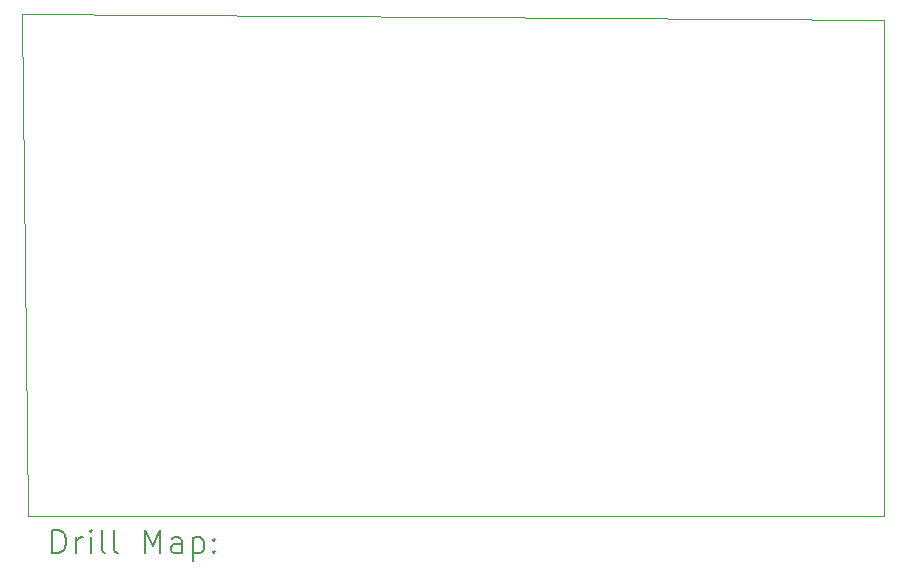
<source format=gbr>
%TF.GenerationSoftware,KiCad,Pcbnew,7.0.10*%
%TF.CreationDate,2024-02-09T18:27:40-05:00*%
%TF.ProjectId,Rosco-MiniHat,526f7363-6f2d-44d6-996e-694861742e6b,rev?*%
%TF.SameCoordinates,Original*%
%TF.FileFunction,Drillmap*%
%TF.FilePolarity,Positive*%
%FSLAX45Y45*%
G04 Gerber Fmt 4.5, Leading zero omitted, Abs format (unit mm)*
G04 Created by KiCad (PCBNEW 7.0.10) date 2024-02-09 18:27:40*
%MOMM*%
%LPD*%
G01*
G04 APERTURE LIST*
%ADD10C,0.100000*%
%ADD11C,0.200000*%
G04 APERTURE END LIST*
D10*
X12850000Y-5050000D02*
X12850000Y-9250000D01*
X12850000Y-9250000D02*
X5600000Y-9250000D01*
X5600000Y-9250000D02*
X5550000Y-5000000D01*
X5550000Y-5000000D02*
X12850000Y-5050000D01*
D11*
X5805777Y-9566484D02*
X5805777Y-9366484D01*
X5805777Y-9366484D02*
X5853396Y-9366484D01*
X5853396Y-9366484D02*
X5881967Y-9376008D01*
X5881967Y-9376008D02*
X5901015Y-9395055D01*
X5901015Y-9395055D02*
X5910539Y-9414103D01*
X5910539Y-9414103D02*
X5920062Y-9452198D01*
X5920062Y-9452198D02*
X5920062Y-9480770D01*
X5920062Y-9480770D02*
X5910539Y-9518865D01*
X5910539Y-9518865D02*
X5901015Y-9537912D01*
X5901015Y-9537912D02*
X5881967Y-9556960D01*
X5881967Y-9556960D02*
X5853396Y-9566484D01*
X5853396Y-9566484D02*
X5805777Y-9566484D01*
X6005777Y-9566484D02*
X6005777Y-9433150D01*
X6005777Y-9471246D02*
X6015301Y-9452198D01*
X6015301Y-9452198D02*
X6024824Y-9442674D01*
X6024824Y-9442674D02*
X6043872Y-9433150D01*
X6043872Y-9433150D02*
X6062920Y-9433150D01*
X6129586Y-9566484D02*
X6129586Y-9433150D01*
X6129586Y-9366484D02*
X6120062Y-9376008D01*
X6120062Y-9376008D02*
X6129586Y-9385531D01*
X6129586Y-9385531D02*
X6139110Y-9376008D01*
X6139110Y-9376008D02*
X6129586Y-9366484D01*
X6129586Y-9366484D02*
X6129586Y-9385531D01*
X6253396Y-9566484D02*
X6234348Y-9556960D01*
X6234348Y-9556960D02*
X6224824Y-9537912D01*
X6224824Y-9537912D02*
X6224824Y-9366484D01*
X6358158Y-9566484D02*
X6339110Y-9556960D01*
X6339110Y-9556960D02*
X6329586Y-9537912D01*
X6329586Y-9537912D02*
X6329586Y-9366484D01*
X6586729Y-9566484D02*
X6586729Y-9366484D01*
X6586729Y-9366484D02*
X6653396Y-9509341D01*
X6653396Y-9509341D02*
X6720062Y-9366484D01*
X6720062Y-9366484D02*
X6720062Y-9566484D01*
X6901015Y-9566484D02*
X6901015Y-9461722D01*
X6901015Y-9461722D02*
X6891491Y-9442674D01*
X6891491Y-9442674D02*
X6872443Y-9433150D01*
X6872443Y-9433150D02*
X6834348Y-9433150D01*
X6834348Y-9433150D02*
X6815301Y-9442674D01*
X6901015Y-9556960D02*
X6881967Y-9566484D01*
X6881967Y-9566484D02*
X6834348Y-9566484D01*
X6834348Y-9566484D02*
X6815301Y-9556960D01*
X6815301Y-9556960D02*
X6805777Y-9537912D01*
X6805777Y-9537912D02*
X6805777Y-9518865D01*
X6805777Y-9518865D02*
X6815301Y-9499817D01*
X6815301Y-9499817D02*
X6834348Y-9490293D01*
X6834348Y-9490293D02*
X6881967Y-9490293D01*
X6881967Y-9490293D02*
X6901015Y-9480770D01*
X6996253Y-9433150D02*
X6996253Y-9633150D01*
X6996253Y-9442674D02*
X7015301Y-9433150D01*
X7015301Y-9433150D02*
X7053396Y-9433150D01*
X7053396Y-9433150D02*
X7072443Y-9442674D01*
X7072443Y-9442674D02*
X7081967Y-9452198D01*
X7081967Y-9452198D02*
X7091491Y-9471246D01*
X7091491Y-9471246D02*
X7091491Y-9528389D01*
X7091491Y-9528389D02*
X7081967Y-9547436D01*
X7081967Y-9547436D02*
X7072443Y-9556960D01*
X7072443Y-9556960D02*
X7053396Y-9566484D01*
X7053396Y-9566484D02*
X7015301Y-9566484D01*
X7015301Y-9566484D02*
X6996253Y-9556960D01*
X7177205Y-9547436D02*
X7186729Y-9556960D01*
X7186729Y-9556960D02*
X7177205Y-9566484D01*
X7177205Y-9566484D02*
X7167682Y-9556960D01*
X7167682Y-9556960D02*
X7177205Y-9547436D01*
X7177205Y-9547436D02*
X7177205Y-9566484D01*
X7177205Y-9442674D02*
X7186729Y-9452198D01*
X7186729Y-9452198D02*
X7177205Y-9461722D01*
X7177205Y-9461722D02*
X7167682Y-9452198D01*
X7167682Y-9452198D02*
X7177205Y-9442674D01*
X7177205Y-9442674D02*
X7177205Y-9461722D01*
M02*

</source>
